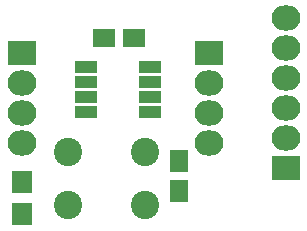
<source format=gts>
G04 #@! TF.GenerationSoftware,KiCad,Pcbnew,(2017-01-24 revision 0b6147e)-makepkg*
G04 #@! TF.CreationDate,2017-01-29T23:02:28+05:30*
G04 #@! TF.ProjectId,attiny13a,617474696E793133612E6B696361645F,0.1*
G04 #@! TF.FileFunction,Soldermask,Top*
G04 #@! TF.FilePolarity,Negative*
%FSLAX46Y46*%
G04 Gerber Fmt 4.6, Leading zero omitted, Abs format (unit mm)*
G04 Created by KiCad (PCBNEW (2017-01-24 revision 0b6147e)-makepkg) date 01/29/17 23:02:28*
%MOMM*%
%LPD*%
G01*
G04 APERTURE LIST*
%ADD10C,0.100000*%
%ADD11C,2.400000*%
%ADD12R,1.950000X1.000000*%
%ADD13R,1.900000X1.650000*%
%ADD14O,2.432000X2.127200*%
%ADD15R,2.432000X2.127200*%
%ADD16R,1.700000X1.900000*%
%ADD17R,1.650000X1.900000*%
G04 APERTURE END LIST*
D10*
D11*
X126873000Y-102036000D03*
X126873000Y-97536000D03*
X133373000Y-102036000D03*
X133373000Y-97536000D03*
D12*
X133798143Y-90338500D03*
X133798143Y-91608500D03*
X133798143Y-92878500D03*
X133798143Y-94148500D03*
X128398143Y-94148500D03*
X128398143Y-92878500D03*
X128398143Y-91608500D03*
X128398143Y-90338500D03*
D13*
X129941000Y-87884000D03*
X132441000Y-87884000D03*
D14*
X138811000Y-96774000D03*
X138811000Y-94234000D03*
X138811000Y-91694000D03*
D15*
X138811000Y-89154000D03*
X122936000Y-89154000D03*
D14*
X122936000Y-91694000D03*
X122936000Y-94234000D03*
X122936000Y-96774000D03*
X145288000Y-86233000D03*
X145288000Y-88773000D03*
X145288000Y-91313000D03*
X145288000Y-93853000D03*
X145288000Y-96393000D03*
D15*
X145288000Y-98933000D03*
D16*
X122936000Y-100123000D03*
X122936000Y-102823000D03*
D17*
X136271000Y-100818000D03*
X136271000Y-98318000D03*
M02*

</source>
